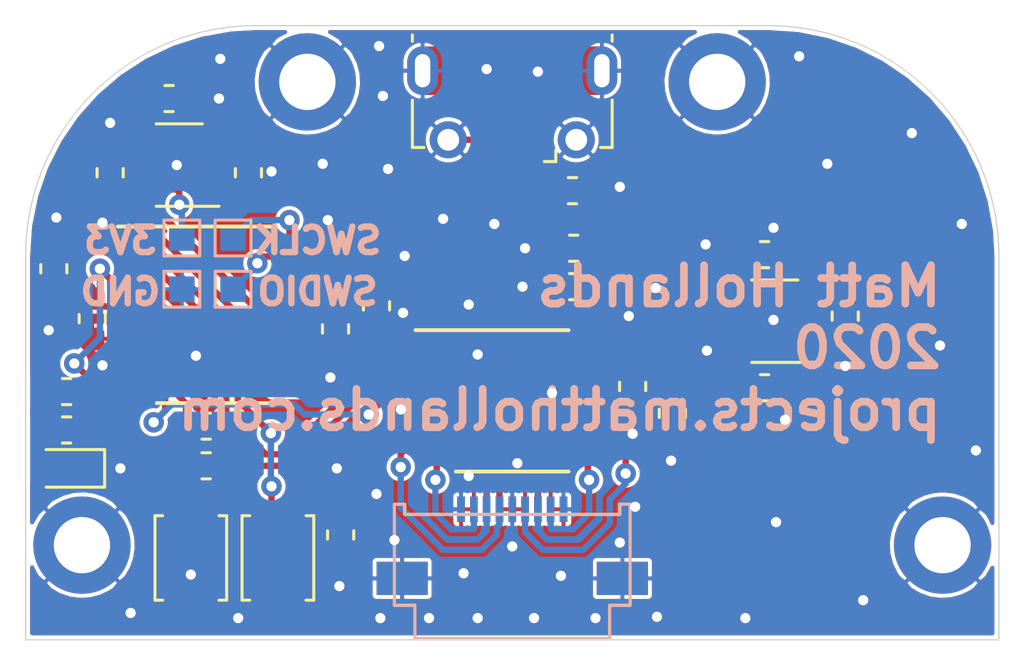
<source format=kicad_pcb>
(kicad_pcb (version 20171130) (host pcbnew "(5.1.5-0-10_14)")
  (layers (0 F.Cu signal) (31 B.Cu signal) (34 B.Paste user) (35 F.Paste user) (36 B.SilkS user) (37 F.SilkS user) (38 B.Mask user) (39 F.Mask user) (44 Edge.Cuts user))
  (net 0 "")
  (net 1 +3V3)
  (net 2 GND)
  (net 3 "Net-(C4-Pad1)")
  (net 4 VBUS)
  (net 5 /RESET)
  (net 6 "Net-(C13-Pad1)")
  (net 7 +3.3VA)
  (net 8 "Net-(C20-Pad1)")
  (net 9 /USB_DM)
  (net 10 /USB_DP)
  (net 11 "Net-(J1-Pad4)")
  (net 12 /BOOT)
  (net 13 "Net-(U2-Pad11)")
  (net 14 "Net-(U2-Pad12)")
  (net 15 "Net-(U2-Pad13)")
  (net 16 "Net-(U2-Pad14)")
  (net 17 "Net-(U3-Pad5)")
  (net 18 "Net-(U3-Pad6)")
  (net 19 "Net-(U3-Pad11)")
  (net 20 "Net-(U3-Pad12)")
  (net 21 "Net-(U3-Pad15)")
  (net 22 /CIN1p)
  (net 23 /CIN1m)
  (net 24 /CIN2p)
  (net 25 /CIN2m)
  (net 26 /EXCB)
  (net 27 /EXCA)
  (net 28 /SCL)
  (net 29 /SDA)
  (net 30 /RDY)
  (net 31 "Net-(U2-Pad7)")
  (net 32 "Net-(U2-Pad8)")
  (net 33 "Net-(U2-Pad9)")
  (net 34 /SWDIO)
  (net 35 /SWCLK)
  (net 36 "Net-(D1-Pad2)")
  (net 37 "Net-(R3-Pad1)")
  (module Package_SO:TSSOP-16_4.4x5mm_P0.65mm (layer F.Cu) (at 119 56.7)
    (fp_text reference U3 hide)
    (fp_text value AD7746)
    (pad 1 smd rect (at -2.95 -2.275) (size 1.5 0.45) (layers F.Cu F.Paste F.Mask) (net 28 /SCL))
    (pad 2 smd rect (at -2.95 -1.625) (size 1.5 0.45) (layers F.Cu F.Paste F.Mask) (net 30 /RDY))
    (pad 3 smd rect (at -2.95 -0.975) (size 1.5 0.45) (layers F.Cu F.Paste F.Mask) (net 27 /EXCA))
    (pad 4 smd rect (at -2.95 -0.325) (size 1.5 0.45) (layers F.Cu F.Paste F.Mask) (net 26 /EXCB))
    (pad 5 smd rect (at -2.95 0.325) (size 1.5 0.45) (layers F.Cu F.Paste F.Mask) (net 17 "Net-(U3-Pad5)"))
    (pad 6 smd rect (at -2.95 0.975) (size 1.5 0.45) (layers F.Cu F.Paste F.Mask) (net 18 "Net-(U3-Pad6)"))
    (pad 7 smd rect (at -2.95 1.625) (size 1.5 0.45) (layers F.Cu F.Paste F.Mask) (net 23 /CIN1m))
    (pad 8 smd rect (at -2.95 2.275) (size 1.5 0.45) (layers F.Cu F.Paste F.Mask) (net 22 /CIN1p))
    (pad 9 smd rect (at 2.95 2.275) (size 1.5 0.45) (layers F.Cu F.Paste F.Mask) (net 24 /CIN2p))
    (pad 10 smd rect (at 2.95 1.625) (size 1.5 0.45) (layers F.Cu F.Paste F.Mask) (net 25 /CIN2m))
    (pad 11 smd rect (at 2.95 0.975) (size 1.5 0.45) (layers F.Cu F.Paste F.Mask) (net 19 "Net-(U3-Pad11)"))
    (pad 12 smd rect (at 2.95 0.325) (size 1.5 0.45) (layers F.Cu F.Paste F.Mask) (net 20 "Net-(U3-Pad12)"))
    (pad 13 smd rect (at 2.95 -0.325) (size 1.5 0.45) (layers F.Cu F.Paste F.Mask) (net 2 GND))
    (pad 14 smd rect (at 2.95 -0.975) (size 1.5 0.45) (layers F.Cu F.Paste F.Mask) (net 7 +3.3VA))
    (pad 15 smd rect (at 2.95 -1.625) (size 1.5 0.45) (layers F.Cu F.Paste F.Mask) (net 21 "Net-(U3-Pad15)"))
    (pad 16 smd rect (at 2.95 -2.275) (size 1.5 0.45) (layers F.Cu F.Paste F.Mask) (net 29 /SDA))
  )
  (module Package_SO:TSSOP-20_4.4x6.5mm_P0.65mm (layer F.Cu) (at 107.35 53.3)
    (fp_text reference U2 hide)
    (fp_text value STM32F042F4Px)
    (pad 20 smd rect (at 2.95 -2.925) (size 1.45 0.45) (layers F.Cu F.Paste F.Mask) (net 35 /SWCLK))
    (pad 19 smd rect (at 2.95 -2.275) (size 1.45 0.45) (layers F.Cu F.Paste F.Mask) (net 34 /SWDIO))
    (pad 18 smd rect (at 2.95 -1.625) (size 1.45 0.45) (layers F.Cu F.Paste F.Mask) (net 10 /USB_DP))
    (pad 17 smd rect (at 2.95 -0.975) (size 1.45 0.45) (layers F.Cu F.Paste F.Mask) (net 9 /USB_DM))
    (pad 16 smd rect (at 2.95 -0.325) (size 1.45 0.45) (layers F.Cu F.Paste F.Mask) (net 1 +3V3))
    (pad 15 smd rect (at 2.95 0.325) (size 1.45 0.45) (layers F.Cu F.Paste F.Mask) (net 2 GND))
    (pad 14 smd rect (at 2.95 0.975) (size 1.45 0.45) (layers F.Cu F.Paste F.Mask) (net 16 "Net-(U2-Pad14)"))
    (pad 13 smd rect (at 2.95 1.625) (size 1.45 0.45) (layers F.Cu F.Paste F.Mask) (net 15 "Net-(U2-Pad13)"))
    (pad 12 smd rect (at 2.95 2.275) (size 1.45 0.45) (layers F.Cu F.Paste F.Mask) (net 14 "Net-(U2-Pad12)"))
    (pad 11 smd rect (at 2.95 2.925) (size 1.45 0.45) (layers F.Cu F.Paste F.Mask) (net 13 "Net-(U2-Pad11)"))
    (pad 10 smd rect (at -2.95 2.925) (size 1.45 0.45) (layers F.Cu F.Paste F.Mask) (net 37 "Net-(R3-Pad1)"))
    (pad 9 smd rect (at -2.95 2.275) (size 1.45 0.45) (layers F.Cu F.Paste F.Mask) (net 33 "Net-(U2-Pad9)"))
    (pad 8 smd rect (at -2.95 1.625) (size 1.45 0.45) (layers F.Cu F.Paste F.Mask) (net 32 "Net-(U2-Pad8)"))
    (pad 7 smd rect (at -2.95 0.975) (size 1.45 0.45) (layers F.Cu F.Paste F.Mask) (net 31 "Net-(U2-Pad7)"))
    (pad 6 smd rect (at -2.95 0.325) (size 1.45 0.45) (layers F.Cu F.Paste F.Mask) (net 30 /RDY))
    (pad 5 smd rect (at -2.95 -0.325) (size 1.45 0.45) (layers F.Cu F.Paste F.Mask) (net 1 +3V3))
    (pad 4 smd rect (at -2.95 -0.975) (size 1.45 0.45) (layers F.Cu F.Paste F.Mask) (net 5 /RESET))
    (pad 3 smd rect (at -2.95 -1.625) (size 1.45 0.45) (layers F.Cu F.Paste F.Mask) (net 28 /SCL))
    (pad 2 smd rect (at -2.95 -2.275) (size 1.45 0.45) (layers F.Cu F.Paste F.Mask) (net 29 /SDA))
    (pad 1 smd rect (at -2.95 -2.925) (size 1.45 0.45) (layers F.Cu F.Paste F.Mask) (net 12 /BOOT))
  )
  (module Capacitor_SMD:C_0603_1608Metric (layer F.Cu) (at 113.7 52.95 270)
    (fp_text reference C1 hide)
    (fp_text value 4700nF)
    (pad 1 smd roundrect (at -0.7875 0 270) (size 0.875 0.95) (layers F.Cu F.Paste F.Mask) (net 1 +3V3))
    (pad 2 smd roundrect (at 0.7875 0 270) (size 0.875 0.95) (layers F.Cu F.Paste F.Mask) (net 2 GND))
  )
  (module Capacitor_SMD:C_0603_1608Metric (layer F.Cu) (at 101.1 51.5 90)
    (fp_text reference C3 hide)
    (fp_text value 1uF)
    (pad 2 smd roundrect (at 0.7875 0 90) (size 0.875 0.95) (layers F.Cu F.Paste F.Mask) (net 2 GND))
    (pad 1 smd roundrect (at -0.7875 0 90) (size 0.875 0.95) (layers F.Cu F.Paste F.Mask) (net 1 +3V3))
  )
  (module Capacitor_SMD:C_0603_1608Metric (layer F.Cu) (at 121.35 48.45)
    (fp_text reference C4 hide)
    (fp_text value 10nF)
    (pad 1 smd roundrect (at -0.7875 0) (size 0.875 0.95) (layers F.Cu F.Paste F.Mask) (net 3 "Net-(C4-Pad1)"))
    (pad 2 smd roundrect (at 0.7875 0) (size 0.875 0.95) (layers F.Cu F.Paste F.Mask) (net 2 GND))
  )
  (module Capacitor_SMD:C_0603_1608Metric (layer F.Cu) (at 112.1 53.85 270)
    (fp_text reference C5 hide)
    (fp_text value 100nF)
    (pad 1 smd roundrect (at -0.7875 0 270) (size 0.875 0.95) (layers F.Cu F.Paste F.Mask) (net 1 +3V3))
    (pad 2 smd roundrect (at 0.7875 0 270) (size 0.875 0.95) (layers F.Cu F.Paste F.Mask) (net 2 GND))
  )
  (module Capacitor_SMD:C_0603_1608Metric (layer F.Cu) (at 102.6 53.45 270)
    (fp_text reference C7 hide)
    (fp_text value 10nF)
    (pad 1 smd roundrect (at -0.7875 0 270) (size 0.875 0.95) (layers F.Cu F.Paste F.Mask) (net 1 +3V3))
    (pad 2 smd roundrect (at 0.7875 0 270) (size 0.875 0.95) (layers F.Cu F.Paste F.Mask) (net 2 GND))
  )
  (module Capacitor_SMD:C_0603_1608Metric (layer F.Cu) (at 121.4 50.7 180)
    (fp_text reference C8 hide)
    (fp_text value 100nF)
    (pad 1 smd roundrect (at -0.7875 0 180) (size 0.875 0.95) (layers F.Cu F.Paste F.Mask) (net 4 VBUS))
    (pad 2 smd roundrect (at 0.7875 0 180) (size 0.875 0.95) (layers F.Cu F.Paste F.Mask) (net 2 GND))
  )
  (module Capacitor_SMD:C_0603_1608Metric (layer F.Cu) (at 121.4 52.2 180)
    (fp_text reference C10 hide)
    (fp_text value 4700nF)
    (pad 2 smd roundrect (at 0.7875 0 180) (size 0.875 0.95) (layers F.Cu F.Paste F.Mask) (net 2 GND))
    (pad 1 smd roundrect (at -0.7875 0 180) (size 0.875 0.95) (layers F.Cu F.Paste F.Mask) (net 4 VBUS))
  )
  (module Capacitor_SMD:C_0603_1608Metric (layer F.Cu) (at 101.6 56.3 180)
    (fp_text reference C11 hide)
    (fp_text value 100nF)
    (pad 2 smd roundrect (at 0.7875 0 180) (size 0.875 0.95) (layers F.Cu F.Paste F.Mask) (net 2 GND))
    (pad 1 smd roundrect (at -0.7875 0 180) (size 0.875 0.95) (layers F.Cu F.Paste F.Mask) (net 5 /RESET))
  )
  (module Capacitor_SMD:C_0603_1608Metric (layer F.Cu) (at 108.7 47.75 90)
    (fp_text reference C12 hide)
    (fp_text value 1uF)
    (pad 2 smd roundrect (at 0.7875 0 90) (size 0.875 0.95) (layers F.Cu F.Paste F.Mask) (net 2 GND))
    (pad 1 smd roundrect (at -0.7875 0 90) (size 0.875 0.95) (layers F.Cu F.Paste F.Mask) (net 4 VBUS))
  )
  (module Capacitor_SMD:C_0603_1608Metric (layer F.Cu) (at 105.6 44.85)
    (fp_text reference C13 hide)
    (fp_text value 100pF)
    (pad 2 smd roundrect (at 0.7875 0) (size 0.875 0.95) (layers F.Cu F.Paste F.Mask) (net 2 GND))
    (pad 1 smd roundrect (at -0.7875 0) (size 0.875 0.95) (layers F.Cu F.Paste F.Mask) (net 6 "Net-(C13-Pad1)"))
  )
  (module Capacitor_SMD:C_0603_1608Metric (layer F.Cu) (at 103.3 47.75 90)
    (fp_text reference C14 hide)
    (fp_text value 2200nF)
    (pad 1 smd roundrect (at -0.7875 0 90) (size 0.875 0.95) (layers F.Cu F.Paste F.Mask) (net 1 +3V3))
    (pad 2 smd roundrect (at 0.7875 0 90) (size 0.875 0.95) (layers F.Cu F.Paste F.Mask) (net 2 GND))
  )
  (module Capacitor_SMD:C_0603_1608Metric (layer F.Cu) (at 132 53.35 270)
    (fp_text reference C15 hide)
    (fp_text value 1uF)
    (pad 1 smd roundrect (at -0.7875 0 270) (size 0.875 0.95) (layers F.Cu F.Paste F.Mask) (net 4 VBUS))
    (pad 2 smd roundrect (at 0.7875 0 270) (size 0.875 0.95) (layers F.Cu F.Paste F.Mask) (net 2 GND))
  )
  (module Capacitor_SMD:C_0603_1608Metric (layer F.Cu) (at 123.7 56.1 270)
    (fp_text reference C17 hide)
    (fp_text value 100nF)
    (pad 2 smd roundrect (at 0.7875 0 270) (size 0.875 0.95) (layers F.Cu F.Paste F.Mask) (net 2 GND))
    (pad 1 smd roundrect (at -0.7875 0 270) (size 0.875 0.95) (layers F.Cu F.Paste F.Mask) (net 7 +3.3VA))
  )
  (module Capacitor_SMD:C_0603_1608Metric (layer F.Cu) (at 125.25 57.15 270)
    (fp_text reference C19 hide)
    (fp_text value 10uF)
    (pad 2 smd roundrect (at 0.7875 0 270) (size 0.875 0.95) (layers F.Cu F.Paste F.Mask) (net 2 GND))
    (pad 1 smd roundrect (at -0.7875 0 270) (size 0.875 0.95) (layers F.Cu F.Paste F.Mask) (net 7 +3.3VA))
  )
  (module Capacitor_SMD:C_0603_1608Metric (layer F.Cu) (at 128.85 50.95)
    (fp_text reference C20 hide)
    (fp_text value 100pF)
    (pad 2 smd roundrect (at 0.7875 0) (size 0.875 0.95) (layers F.Cu F.Paste F.Mask) (net 2 GND))
    (pad 1 smd roundrect (at -0.7875 0) (size 0.875 0.95) (layers F.Cu F.Paste F.Mask) (net 8 "Net-(C20-Pad1)"))
  )
  (module Capacitor_SMD:C_0603_1608Metric (layer F.Cu) (at 128.85 56.15)
    (fp_text reference C21 hide)
    (fp_text value 2200nF)
    (pad 1 smd roundrect (at -0.7875 0) (size 0.875 0.95) (layers F.Cu F.Paste F.Mask) (net 7 +3.3VA))
    (pad 2 smd roundrect (at 0.7875 0) (size 0.875 0.95) (layers F.Cu F.Paste F.Mask) (net 2 GND))
  )
  (module Inductor_SMD:L_0201_0603Metric (layer F.Cu) (at 121.4 49.6)
    (fp_text reference L1 hide)
    (fp_text value L)
    (pad 1 smd roundrect (at -0.32 0) (size 0.46 0.4) (layers F.Cu F.Mask) (net 3 "Net-(C4-Pad1)"))
    (pad 2 smd roundrect (at 0.32 0) (size 0.46 0.4) (layers F.Cu F.Mask) (net 4 VBUS))
  )
  (module Resistor_SMD:R_0603_1608Metric (layer F.Cu) (at 107.05 59.2)
    (fp_text reference R1 hide)
    (fp_text value 10k)
    (pad 1 smd roundrect (at -0.7875 0) (size 0.875 0.95) (layers F.Cu F.Paste F.Mask) (net 1 +3V3))
    (pad 2 smd roundrect (at 0.7875 0) (size 0.875 0.95) (layers F.Cu F.Paste F.Mask) (net 28 /SCL))
  )
  (module Resistor_SMD:R_0603_1608Metric (layer F.Cu) (at 107.05 57.65)
    (fp_text reference R2 hide)
    (fp_text value 10k)
    (pad 2 smd roundrect (at 0.7875 0) (size 0.875 0.95) (layers F.Cu F.Paste F.Mask) (net 29 /SDA))
    (pad 1 smd roundrect (at -0.7875 0) (size 0.875 0.95) (layers F.Cu F.Paste F.Mask) (net 1 +3V3))
  )
  (module Resistor_SMD:R_0603_1608Metric (layer F.Cu) (at 112.3 61.9 270)
    (fp_text reference R4 hide)
    (fp_text value 10k)
    (pad 2 smd roundrect (at 0.7875 0 270) (size 0.875 0.95) (layers F.Cu F.Paste F.Mask) (net 2 GND))
    (pad 1 smd roundrect (at -0.7875 0 270) (size 0.875 0.95) (layers F.Cu F.Paste F.Mask) (net 12 /BOOT))
  )
  (module Button_Switch_SMD:SW_SPST_B3U-1000P (layer F.Cu) (at 106.45 62.8 90)
    (fp_text reference SW1 hide)
    (fp_text value SW_Push_45deg)
    (pad 1 smd rect (at -1.7 0 90) (size 0.9 1.7) (layers F.Cu F.Paste F.Mask) (net 2 GND))
    (pad 2 smd rect (at 1.7 0 90) (size 0.9 1.7) (layers F.Cu F.Paste F.Mask) (net 5 /RESET))
  )
  (module Button_Switch_SMD:SW_SPST_B3U-1000P (layer F.Cu) (at 109.85 62.8 90)
    (fp_text reference SW2 hide)
    (fp_text value SW_Push_45deg)
    (pad 2 smd rect (at 1.7 0 90) (size 0.9 1.7) (layers F.Cu F.Paste F.Mask) (net 12 /BOOT))
    (pad 1 smd rect (at -1.7 0 90) (size 0.9 1.7) (layers F.Cu F.Paste F.Mask) (net 1 +3V3))
  )
  (module Package_TO_SOT_SMD:SOT-23-5 (layer F.Cu) (at 106 47.45 180)
    (fp_text reference U1 hide)
    (fp_text value AP2210K-3.3TRG1)
    (pad 5 smd rect (at 1.1 -0.95 180) (size 1.06 0.65) (layers F.Cu F.Paste F.Mask) (net 1 +3V3))
    (pad 4 smd rect (at 1.1 0.95 180) (size 1.06 0.65) (layers F.Cu F.Paste F.Mask) (net 6 "Net-(C13-Pad1)"))
    (pad 3 smd rect (at -1.1 0.95 180) (size 1.06 0.65) (layers F.Cu F.Paste F.Mask) (net 4 VBUS))
    (pad 2 smd rect (at -1.1 0 180) (size 1.06 0.65) (layers F.Cu F.Paste F.Mask) (net 2 GND))
    (pad 1 smd rect (at -1.1 -0.95 180) (size 1.06 0.65) (layers F.Cu F.Paste F.Mask) (net 4 VBUS))
  )
  (module Package_TO_SOT_SMD:SOT-23-5 (layer F.Cu) (at 129.25 53.55 180)
    (fp_text reference U5 hide)
    (fp_text value AP2210K-3.3TRG1)
    (pad 1 smd rect (at -1.1 -0.95 180) (size 1.06 0.65) (layers F.Cu F.Paste F.Mask) (net 4 VBUS))
    (pad 2 smd rect (at -1.1 0 180) (size 1.06 0.65) (layers F.Cu F.Paste F.Mask) (net 2 GND))
    (pad 3 smd rect (at -1.1 0.95 180) (size 1.06 0.65) (layers F.Cu F.Paste F.Mask) (net 4 VBUS))
    (pad 4 smd rect (at 1.1 0.95 180) (size 1.06 0.65) (layers F.Cu F.Paste F.Mask) (net 8 "Net-(C20-Pad1)"))
    (pad 5 smd rect (at 1.1 -0.95 180) (size 1.06 0.65) (layers F.Cu F.Paste F.Mask) (net 7 +3.3VA))
  )
  (module Connector_USB:USB_Micro-B_Molex-105017-0001 (layer F.Cu) (at 119 45 180)
    (fp_text reference J1 hide)
    (fp_text value USB_B_Micro)
    (pad 6 smd rect (at 1 1.2375 180) (size 1.5 1.9) (layers F.Cu F.Paste F.Mask) (net 2 GND))
    (pad 6 thru_hole circle (at -2.5 -1.4625 180) (size 1.45 1.45) (drill 0.85) (layers *.Cu *.Mask) (net 2 GND))
    (pad 2 smd rect (at -0.65 -1.4625 180) (size 0.4 1.35) (layers F.Cu F.Paste F.Mask) (net 9 /USB_DM))
    (pad 1 smd rect (at -1.3 -1.4625 180) (size 0.4 1.35) (layers F.Cu F.Paste F.Mask) (net 3 "Net-(C4-Pad1)"))
    (pad 5 smd rect (at 1.3 -1.4625 180) (size 0.4 1.35) (layers F.Cu F.Paste F.Mask) (net 2 GND))
    (pad 4 smd rect (at 0.65 -1.4625 180) (size 0.4 1.35) (layers F.Cu F.Paste F.Mask) (net 11 "Net-(J1-Pad4)"))
    (pad 3 smd rect (at 0 -1.4625 180) (size 0.4 1.35) (layers F.Cu F.Paste F.Mask) (net 10 /USB_DP))
    (pad 6 thru_hole circle (at 2.5 -1.4625 180) (size 1.45 1.45) (drill 0.85) (layers *.Cu *.Mask) (net 2 GND))
    (pad 6 smd rect (at -1 1.2375 180) (size 1.5 1.9) (layers F.Cu F.Paste F.Mask) (net 2 GND))
    (pad 6 thru_hole oval (at -3.5 1.2375) (size 1.2 1.9) (drill oval 0.6 1.3) (layers *.Cu *.Mask) (net 2 GND))
    (pad 6 thru_hole oval (at 3.5 1.2375 180) (size 1.2 1.9) (drill oval 0.6 1.3) (layers *.Cu *.Mask) (net 2 GND))
    (pad 6 smd rect (at 2.9 1.2375 180) (size 1.2 1.9) (layers F.Cu F.Mask) (net 2 GND))
    (pad 6 smd rect (at -2.9 1.2375 180) (size 1.2 1.9) (layers F.Cu F.Mask) (net 2 GND))
  )
  (module MountingHole:MountingHole_2.2mm_M2_DIN965_Pad (layer F.Cu) (at 111 44.2)
    (fp_text reference H1 hide)
    (fp_text value MountingHole_Pad)
    (pad 1 thru_hole circle (at 0 0) (size 3.8 3.8) (drill 2.2) (layers *.Cu *.Mask) (net 2 GND))
  )
  (module MountingHole:MountingHole_2.2mm_M2_DIN965_Pad (layer F.Cu) (at 135.8 62.3)
    (fp_text reference H2 hide)
    (fp_text value MountingHole_Pad)
    (pad 1 thru_hole circle (at 0 0) (size 3.8 3.8) (drill 2.2) (layers *.Cu *.Mask) (net 2 GND))
  )
  (module MountingHole:MountingHole_2.2mm_M2_DIN965_Pad (layer F.Cu) (at 127 44.2)
    (fp_text reference H3 hide)
    (fp_text value MountingHole_Pad)
    (pad 1 thru_hole circle (at 0 0) (size 3.8 3.8) (drill 2.2) (layers *.Cu *.Mask) (net 2 GND))
  )
  (module MountingHole:MountingHole_2.2mm_M2_DIN965_Pad (layer F.Cu) (at 102.2 62.3)
    (fp_text reference H4 hide)
    (fp_text value MountingHole_Pad)
    (pad 1 thru_hole circle (at 0 0) (size 3.8 3.8) (drill 2.2) (layers *.Cu *.Mask) (net 2 GND))
  )
  (module Molex_FPC:Molex_5051100992 (layer B.Cu) (at 119 62.4 180)
    (fp_text reference J2 hide)
    (fp_text value Conn_01x09_MountingPin hide)
    (pad 1 smd rect (at -2 1.5 180) (size 0.3 1) (layers B.Cu B.Paste B.Mask) (net 2 GND))
    (pad 2 smd rect (at -1.5 1.5 180) (size 0.3 1) (layers B.Cu B.Paste B.Mask) (net 24 /CIN2p))
    (pad 3 smd rect (at -1 1.5 180) (size 0.3 1) (layers B.Cu B.Paste B.Mask) (net 2 GND))
    (pad 4 smd rect (at -0.5 1.5 180) (size 0.3 1) (layers B.Cu B.Paste B.Mask) (net 25 /CIN2m))
    (pad 5 smd rect (at 0 1.5 180) (size 0.3 1) (layers B.Cu B.Paste B.Mask) (net 2 GND))
    (pad 6 smd rect (at 0.5 1.5 180) (size 0.3 1) (layers B.Cu B.Paste B.Mask) (net 23 /CIN1m))
    (pad 7 smd rect (at 1 1.5 180) (size 0.3 1) (layers B.Cu B.Paste B.Mask) (net 2 GND))
    (pad 8 smd rect (at 1.5 1.5 180) (size 0.3 1) (layers B.Cu B.Paste B.Mask) (net 22 /CIN1p))
    (pad 9 smd rect (at 2 1.5 180) (size 0.3 1) (layers B.Cu B.Paste B.Mask) (net 2 GND))
    (pad MP smd rect (at -4.3 -1.2 180) (size 2 1.3) (layers B.Cu B.Paste B.Mask) (net 2 GND))
    (pad MP smd rect (at 4.3 -1.2 180) (size 2 1.3) (layers B.Cu B.Paste B.Mask) (net 2 GND))
  )
  (module Molex_FPC:Molex_5051100992 (layer F.Cu) (at 119 62.4)
    (fp_text reference J3 hide)
    (fp_text value Conn_01x09_MountingPin hide)
    (pad MP smd rect (at 4.3 1.2) (size 2 1.3) (layers F.Cu F.Paste F.Mask) (net 2 GND))
    (pad MP smd rect (at -4.3 1.2) (size 2 1.3) (layers F.Cu F.Paste F.Mask) (net 2 GND))
    (pad 9 smd rect (at 2 -1.5) (size 0.3 1) (layers F.Cu F.Paste F.Mask) (net 2 GND))
    (pad 8 smd rect (at 1.5 -1.5) (size 0.3 1) (layers F.Cu F.Paste F.Mask) (net 2 GND))
    (pad 7 smd rect (at 1 -1.5) (size 0.3 1) (layers F.Cu F.Paste F.Mask) (net 27 /EXCA))
    (pad 6 smd rect (at 0.5 -1.5) (size 0.3 1) (layers F.Cu F.Paste F.Mask) (net 2 GND))
    (pad 5 smd rect (at 0 -1.5) (size 0.3 1) (layers F.Cu F.Paste F.Mask) (net 2 GND))
    (pad 4 smd rect (at -0.5 -1.5) (size 0.3 1) (layers F.Cu F.Paste F.Mask) (net 2 GND))
    (pad 3 smd rect (at -1 -1.5) (size 0.3 1) (layers F.Cu F.Paste F.Mask) (net 26 /EXCB))
    (pad 2 smd rect (at -1.5 -1.5) (size 0.3 1) (layers F.Cu F.Paste F.Mask) (net 2 GND))
    (pad 1 smd rect (at -2 -1.5) (size 0.3 1) (layers F.Cu F.Paste F.Mask) (net 2 GND))
  )
  (module LED_SMD:LED_0603_1608Metric (layer F.Cu) (at 101.6 59.3 180)
    (fp_text reference D1 hide)
    (fp_text value LED)
    (pad 1 smd roundrect (at -0.7875 0 180) (size 0.875 0.95) (layers F.Cu F.Paste F.Mask) (net 2 GND))
    (pad 2 smd roundrect (at 0.7875 0 180) (size 0.875 0.95) (layers F.Cu F.Paste F.Mask) (net 36 "Net-(D1-Pad2)"))
  )
  (module Resistor_SMD:R_0603_1608Metric (layer F.Cu) (at 101.6 57.8 180)
    (fp_text reference R3 hide)
    (fp_text value 1k)
    (pad 2 smd roundrect (at 0.7875 0 180) (size 0.875 0.95) (layers F.Cu F.Paste F.Mask) (net 36 "Net-(D1-Pad2)"))
    (pad 1 smd roundrect (at -0.7875 0 180) (size 0.875 0.95) (layers F.Cu F.Paste F.Mask) (net 37 "Net-(R3-Pad1)"))
  )
  (module TestPoint:TestPoint_Pad_1.0x1.0mm (layer B.Cu) (at 106.1 52.3)
    (fp_text reference TP1 hide)
    (fp_text value TestPoint)
    (pad 1 smd rect (at 0 0) (size 1 1) (layers B.Cu B.Mask) (net 2 GND))
  )
  (module TestPoint:TestPoint_Pad_1.0x1.0mm (layer B.Cu) (at 106.1 50.3)
    (fp_text reference TP2 hide)
    (fp_text value TestPoint)
    (pad 1 smd rect (at 0 0) (size 1 1) (layers B.Cu B.Mask) (net 1 +3V3))
  )
  (module TestPoint:TestPoint_Pad_1.0x1.0mm (layer B.Cu) (at 108.1 52.3)
    (fp_text reference TP3 hide)
    (fp_text value TestPoint)
    (pad 1 smd rect (at 0 0) (size 1 1) (layers B.Cu B.Mask) (net 34 /SWDIO))
  )
  (module TestPoint:TestPoint_Pad_1.0x1.0mm (layer B.Cu) (at 108.1 50.3)
    (fp_text reference TP4 hide)
    (fp_text value TestPoint)
    (pad 1 smd rect (at 0 0) (size 1 1) (layers B.Cu B.Mask) (net 35 /SWCLK))
  )
  (gr_text "Matt Hollands \n2020\nprojects.matthollands.com" (at 135.9 54.6) (layer B.SilkS) (effects (font (size 1.5 1.5) (thickness 0.3)) (justify left mirror)))
  (gr_text GND (at 103.7 52.4) (layer B.SilkS) (effects (font (size 1 1) (thickness 0.25)) (justify mirror)))
  (gr_text 3V3 (at 103.7 50.4) (layer B.SilkS) (effects (font (size 1 1) (thickness 0.25)) (justify mirror)))
  (gr_text SWCLK (at 111.4 50.4) (layer B.SilkS) (effects (font (size 1 1) (thickness 0.25)) (justify mirror)))
  (gr_text SWDIO (at 111.4 52.4) (layer B.SilkS) (effects (font (size 1 1) (thickness 0.25)) (justify mirror)))
  (gr_line (start 100 66) (end 138 66) (layer Edge.Cuts) (width 0.05))
  (gr_arc (start 129 51) (end 138 51) (angle -90) (layer Edge.Cuts) (width 0.05))
  (gr_arc (start 109 51) (end 109 42) (angle -90) (layer Edge.Cuts) (width 0.05))
  (gr_line (start 109 42) (end 129 42) (layer Edge.Cuts) (width 0.05))
  (gr_line (start 138 51) (end 138 66) (layer Edge.Cuts) (width 0.05))
  (gr_line (start 100 51) (end 100 66) (layer Edge.Cuts) (width 0.05))
  (segment (start 112.0125 52.975) (end 112.1 53.0625) (width 0.25) (layer F.Cu) (net 1))
  (segment (start 110.3 52.975) (end 112.0125 52.975) (width 0.25) (layer F.Cu) (net 1))
  (segment (start 112.8 53.0625) (end 113.7 52.1625) (width 0.25) (layer F.Cu) (net 1))
  (segment (start 112.1 53.0625) (end 112.8 53.0625) (width 0.25) (layer F.Cu) (net 1))
  (segment (start 102.9125 52.975) (end 104.4 52.975) (width 0.25) (layer F.Cu) (net 1))
  (segment (start 102.6 52.6625) (end 102.9125 52.975) (width 0.25) (layer F.Cu) (net 1))
  (segment (start 104.7625 48.5375) (end 104.9 48.4) (width 0.25) (layer F.Cu) (net 1))
  (segment (start 103.3 48.5375) (end 104.7625 48.5375) (width 0.25) (layer F.Cu) (net 1))
  (segment (start 108.9 52.975) (end 109.325 52.975) (width 0.25) (layer F.Cu) (net 1))
  (segment (start 104.9 48.975) (end 108.9 52.975) (width 0.25) (layer F.Cu) (net 1))
  (segment (start 104.9 48.4) (end 104.9 48.975) (width 0.25) (layer F.Cu) (net 1))
  (segment (start 106.2625 57.65) (end 106.2625 59.2) (width 0.25) (layer F.Cu) (net 1))
  (segment (start 106.58751 60.00001) (end 107.45001 60.00001) (width 0.25) (layer F.Cu) (net 1))
  (segment (start 106.2625 59.675) (end 106.58751 60.00001) (width 0.25) (layer F.Cu) (net 1))
  (segment (start 107.45001 60.00001) (end 108.15 60.7) (width 0.25) (layer F.Cu) (net 1))
  (segment (start 106.2625 59.2) (end 106.2625 59.675) (width 0.25) (layer F.Cu) (net 1))
  (segment (start 108.15 60.7) (end 108.15 61.75) (width 0.25) (layer F.Cu) (net 1))
  (segment (start 109.85 63.45) (end 109.85 64.5) (width 0.25) (layer F.Cu) (net 1))
  (segment (start 108.15 61.75) (end 109.85 63.45) (width 0.25) (layer F.Cu) (net 1))
  (segment (start 109.325 52.975) (end 110.3 52.975) (width 0.25) (layer F.Cu) (net 1))
  (segment (start 105.375 52.975) (end 104.4 52.975) (width 0.25) (layer F.Cu) (net 1))
  (segment (start 106.2625 56.762489) (end 105.900011 56.4) (width 0.25) (layer F.Cu) (net 1))
  (segment (start 105.900011 53.500011) (end 105.375 52.975) (width 0.25) (layer F.Cu) (net 1))
  (segment (start 105.900011 56.4) (end 105.900011 53.500011) (width 0.25) (layer F.Cu) (net 1))
  (segment (start 106.2625 57.65) (end 106.2625 56.762489) (width 0.25) (layer F.Cu) (net 1))
  (segment (start 102.222599 49.139901) (end 102.825 48.5375) (width 0.25) (layer F.Cu) (net 1))
  (segment (start 102.222599 51.847599) (end 102.222599 49.139901) (width 0.25) (layer F.Cu) (net 1))
  (segment (start 102.825 48.5375) (end 103.3 48.5375) (width 0.25) (layer F.Cu) (net 1))
  (segment (start 102.6 52.225) (end 102.222599 51.847599) (width 0.25) (layer F.Cu) (net 1))
  (segment (start 102.6 52.6625) (end 102.6 52.225) (width 0.25) (layer F.Cu) (net 1))
  (segment (start 102.225 52.2875) (end 102.6 52.6625) (width 0.25) (layer F.Cu) (net 1))
  (segment (start 101.1 52.2875) (end 102.225 52.2875) (width 0.25) (layer F.Cu) (net 1))
  (via (at 106 49) (size 0.8) (drill 0.4) (layers F.Cu B.Cu) (net 1))
  (segment (start 106.1 49.1) (end 106 49) (width 0.25) (layer B.Cu) (net 1))
  (segment (start 106.1 50.3) (end 106.1 49.1) (width 0.25) (layer B.Cu) (net 1))
  (segment (start 106 49) (end 106 48.5) (width 0.25) (layer F.Cu) (net 1))
  (segment (start 105.9 48.4) (end 104.9 48.4) (width 0.25) (layer F.Cu) (net 1))
  (segment (start 106 48.5) (end 105.9 48.4) (width 0.25) (layer F.Cu) (net 1))
  (via (at 120 43.8) (size 0.8) (drill 0.4) (layers F.Cu B.Cu) (net 2))
  (via (at 118 43.7) (size 0.8) (drill 0.4) (layers F.Cu B.Cu) (net 2))
  (via (at 106.45 63.45) (size 0.8) (drill 0.4) (layers F.Cu B.Cu) (net 2))
  (segment (start 106.45 64.5) (end 106.45 63.45) (width 0.25) (layer F.Cu) (net 2))
  (via (at 112.25 63.9) (size 0.8) (drill 0.4) (layers F.Cu B.Cu) (net 2))
  (segment (start 112.3 63.85) (end 112.25 63.9) (width 0.25) (layer F.Cu) (net 2))
  (segment (start 112.3 62.6875) (end 112.3 63.85) (width 0.25) (layer F.Cu) (net 2))
  (segment (start 123.1875 56.375) (end 123.7 56.8875) (width 0.25) (layer F.Cu) (net 2))
  (segment (start 121.95 56.375) (end 123.1875 56.375) (width 0.25) (layer F.Cu) (net 2))
  (segment (start 124.2 56.8875) (end 125.25 57.9375) (width 0.25) (layer F.Cu) (net 2))
  (segment (start 123.7 56.8875) (end 124.2 56.8875) (width 0.25) (layer F.Cu) (net 2))
  (via (at 123.7 57.95) (size 0.8) (drill 0.4) (layers F.Cu B.Cu) (net 2))
  (segment (start 123.7 56.8875) (end 123.7 57.95) (width 0.25) (layer F.Cu) (net 2))
  (via (at 125.2 59) (size 0.8) (drill 0.4) (layers F.Cu B.Cu) (net 2))
  (segment (start 125.25 58.95) (end 125.2 59) (width 0.25) (layer F.Cu) (net 2))
  (segment (start 125.25 57.9375) (end 125.25 58.95) (width 0.25) (layer F.Cu) (net 2))
  (via (at 120.55 56.35) (size 0.8) (drill 0.4) (layers F.Cu B.Cu) (net 2))
  (segment (start 120.575 56.375) (end 120.55 56.35) (width 0.25) (layer F.Cu) (net 2))
  (segment (start 121.95 56.375) (end 120.575 56.375) (width 0.25) (layer F.Cu) (net 2))
  (segment (start 131.4125 53.55) (end 132 54.1375) (width 0.25) (layer F.Cu) (net 2))
  (segment (start 130.35 53.55) (end 131.4125 53.55) (width 0.25) (layer F.Cu) (net 2))
  (via (at 129.2 53.5) (size 0.8) (drill 0.4) (layers F.Cu B.Cu) (net 2))
  (segment (start 129.25 53.55) (end 129.2 53.5) (width 0.25) (layer F.Cu) (net 2))
  (segment (start 130.35 53.55) (end 129.25 53.55) (width 0.25) (layer F.Cu) (net 2))
  (via (at 129.65 57.4) (size 0.8) (drill 0.4) (layers F.Cu B.Cu) (net 2))
  (segment (start 129.6375 57.3875) (end 129.65 57.4) (width 0.25) (layer F.Cu) (net 2))
  (segment (start 129.6375 56.15) (end 129.6375 57.3875) (width 0.25) (layer F.Cu) (net 2))
  (via (at 132 55.3) (size 0.8) (drill 0.4) (layers F.Cu B.Cu) (net 2))
  (segment (start 132 54.1375) (end 132 55.3) (width 0.25) (layer F.Cu) (net 2))
  (via (at 114.736818 53.222863) (size 0.8) (drill 0.4) (layers F.Cu B.Cu) (net 2))
  (segment (start 114.222181 53.7375) (end 114.736818 53.222863) (width 0.25) (layer F.Cu) (net 2))
  (segment (start 113.7 53.7375) (end 114.222181 53.7375) (width 0.25) (layer F.Cu) (net 2))
  (via (at 111.9 55.75) (size 0.8) (drill 0.4) (layers F.Cu B.Cu) (net 2))
  (segment (start 112.1 55.55) (end 111.9 55.75) (width 0.25) (layer F.Cu) (net 2))
  (segment (start 112.1 54.6375) (end 112.1 55.55) (width 0.25) (layer F.Cu) (net 2))
  (segment (start 112.8 54.6375) (end 113.7 53.7375) (width 0.25) (layer F.Cu) (net 2))
  (segment (start 112.1 54.6375) (end 112.8 54.6375) (width 0.25) (layer F.Cu) (net 2))
  (segment (start 111.0875 53.625) (end 112.1 54.6375) (width 0.25) (layer F.Cu) (net 2))
  (segment (start 110.3 53.625) (end 111.0875 53.625) (width 0.25) (layer F.Cu) (net 2))
  (segment (start 108.2125 47.45) (end 108.7 46.9625) (width 0.25) (layer F.Cu) (net 2))
  (segment (start 107.1 47.45) (end 108.2125 47.45) (width 0.25) (layer F.Cu) (net 2))
  (via (at 105.9 47.45) (size 0.8) (drill 0.4) (layers F.Cu B.Cu) (net 2))
  (segment (start 107.1 47.45) (end 105.9 47.45) (width 0.25) (layer F.Cu) (net 2))
  (via (at 107.55 44.85) (size 0.8) (drill 0.4) (layers F.Cu B.Cu) (net 2))
  (segment (start 106.3875 44.85) (end 107.55 44.85) (width 0.25) (layer F.Cu) (net 2))
  (via (at 103.3 45.8) (size 0.8) (drill 0.4) (layers F.Cu B.Cu) (net 2))
  (segment (start 103.3 46.9625) (end 103.3 45.8) (width 0.25) (layer F.Cu) (net 2))
  (via (at 103.000538 55.275232) (size 0.8) (drill 0.4) (layers F.Cu B.Cu) (net 2))
  (segment (start 102.6 54.874694) (end 103.000538 55.275232) (width 0.25) (layer F.Cu) (net 2))
  (segment (start 102.6 54.2375) (end 102.6 54.874694) (width 0.25) (layer F.Cu) (net 2))
  (via (at 123.2 48.3) (size 0.8) (drill 0.4) (layers F.Cu B.Cu) (net 2))
  (segment (start 123.05 48.45) (end 123.2 48.3) (width 0.25) (layer F.Cu) (net 2))
  (segment (start 122.1375 48.45) (end 123.05 48.45) (width 0.25) (layer F.Cu) (net 2))
  (via (at 119.5 50.7) (size 0.8) (drill 0.4) (layers F.Cu B.Cu) (net 2))
  (segment (start 120.6125 50.7) (end 119.5 50.7) (width 0.25) (layer F.Cu) (net 2))
  (via (at 119.4 52.2) (size 0.8) (drill 0.4) (layers F.Cu B.Cu) (net 2))
  (segment (start 120.6125 52.2) (end 119.4 52.2) (width 0.25) (layer F.Cu) (net 2))
  (via (at 129.2 49.9) (size 0.8) (drill 0.4) (layers F.Cu B.Cu) (net 2))
  (segment (start 129.6375 50.3375) (end 129.2 49.9) (width 0.25) (layer F.Cu) (net 2))
  (segment (start 129.6375 50.95) (end 129.6375 50.3375) (width 0.25) (layer F.Cu) (net 2))
  (via (at 103 49.7) (size 0.8) (drill 0.4) (layers F.Cu B.Cu) (net 2))
  (via (at 106.65 54.9) (size 0.8) (drill 0.4) (layers F.Cu B.Cu) (net 2))
  (segment (start 117.7 46.4625) (end 116.5 46.4625) (width 0.25) (layer F.Cu) (net 2))
  (via (at 109.6 47.7) (size 0.8) (drill 0.4) (layers F.Cu B.Cu) (net 2))
  (segment (start 108.8625 46.9625) (end 109.6 47.7) (width 0.25) (layer F.Cu) (net 2))
  (segment (start 108.7 46.9625) (end 108.8625 46.9625) (width 0.25) (layer F.Cu) (net 2))
  (via (at 116.3 49.55) (size 0.8) (drill 0.4) (layers F.Cu B.Cu) (net 2))
  (via (at 114.8 51) (size 0.8) (drill 0.4) (layers F.Cu B.Cu) (net 2))
  (via (at 117.3 52.9) (size 0.8) (drill 0.4) (layers F.Cu B.Cu) (net 2))
  (via (at 118.3 49.75) (size 0.8) (drill 0.4) (layers F.Cu B.Cu) (net 2))
  (via (at 124.6 52.25) (size 0.8) (drill 0.4) (layers F.Cu B.Cu) (net 2))
  (via (at 123.55 53.35) (size 0.8) (drill 0.4) (layers F.Cu B.Cu) (net 2))
  (via (at 126.6 54.7) (size 0.8) (drill 0.4) (layers F.Cu B.Cu) (net 2))
  (via (at 126.55 50.55) (size 0.8) (drill 0.4) (layers F.Cu B.Cu) (net 2))
  (via (at 113.85 65.15) (size 0.8) (drill 0.4) (layers F.Cu B.Cu) (net 2))
  (via (at 115.75 65.15) (size 0.8) (drill 0.4) (layers F.Cu B.Cu) (net 2))
  (via (at 117.65 65.15) (size 0.8) (drill 0.4) (layers F.Cu B.Cu) (net 2))
  (via (at 119.85 65.15) (size 0.8) (drill 0.4) (layers F.Cu B.Cu) (net 2))
  (via (at 122.25 65.15) (size 0.8) (drill 0.4) (layers F.Cu B.Cu) (net 2))
  (via (at 124.65 65.1) (size 0.8) (drill 0.4) (layers F.Cu B.Cu) (net 2))
  (via (at 108.3 65.15) (size 0.8) (drill 0.4) (layers F.Cu B.Cu) (net 2))
  (via (at 104.1 64.95) (size 0.8) (drill 0.4) (layers F.Cu B.Cu) (net 2))
  (via (at 128.1 65.15) (size 0.8) (drill 0.4) (layers F.Cu B.Cu) (net 2))
  (via (at 132.7 64.45) (size 0.8) (drill 0.4) (layers F.Cu B.Cu) (net 2))
  (via (at 137.1 58.6) (size 0.8) (drill 0.4) (layers F.Cu B.Cu) (net 2))
  (via (at 130.2 43.2) (size 0.8) (drill 0.4) (layers F.Cu B.Cu) (net 2))
  (via (at 136.55 49.75) (size 0.8) (drill 0.4) (layers F.Cu B.Cu) (net 2))
  (via (at 134.6 46.2) (size 0.8) (drill 0.4) (layers F.Cu B.Cu) (net 2))
  (via (at 135.7 54.5) (size 0.8) (drill 0.4) (layers F.Cu B.Cu) (net 2))
  (via (at 114.15 47.6) (size 0.8) (drill 0.4) (layers F.Cu B.Cu) (net 2))
  (via (at 113.95 44.75) (size 0.8) (drill 0.4) (layers F.Cu B.Cu) (net 2))
  (via (at 113.8 42.8) (size 0.8) (drill 0.4) (layers F.Cu B.Cu) (net 2))
  (via (at 112.15 59.3) (size 0.8) (drill 0.4) (layers F.Cu B.Cu) (net 2))
  (via (at 114.65 57) (size 0.8) (drill 0.4) (layers F.Cu B.Cu) (net 2))
  (segment (start 116.461396 62.079811) (end 115.59759 61.216005) (width 0.25) (layer B.Cu) (net 2))
  (segment (start 117.639282 62.079811) (end 116.461396 62.079811) (width 0.25) (layer B.Cu) (net 2))
  (segment (start 118 61.719093) (end 117.639282 62.079811) (width 0.25) (layer B.Cu) (net 2))
  (segment (start 118 60.9) (end 118 61.719093) (width 0.25) (layer B.Cu) (net 2))
  (segment (start 115.59759 60.350144) (end 115.322599 60.075153) (width 0.25) (layer B.Cu) (net 2))
  (segment (start 115.59759 61.216005) (end 115.59759 60.350144) (width 0.25) (layer B.Cu) (net 2))
  (segment (start 115.322599 60.075153) (end 115.322599 59.072599) (width 0.25) (layer B.Cu) (net 2))
  (segment (start 120 61.719093) (end 120.360718 62.079811) (width 0.25) (layer B.Cu) (net 2))
  (segment (start 120 60.9) (end 120 61.719093) (width 0.25) (layer B.Cu) (net 2))
  (segment (start 121.538604 62.079811) (end 122.40241 61.216005) (width 0.25) (layer B.Cu) (net 2))
  (segment (start 120.360718 62.079811) (end 121.538604 62.079811) (width 0.25) (layer B.Cu) (net 2))
  (segment (start 122.40241 60.350144) (end 122.75 60.002554) (width 0.25) (layer B.Cu) (net 2))
  (segment (start 122.40241 61.216005) (end 122.40241 60.350144) (width 0.25) (layer B.Cu) (net 2))
  (segment (start 122.75 60.002554) (end 122.75 59.25) (width 0.25) (layer B.Cu) (net 2))
  (segment (start 118.5 60.9) (end 118.5 57.431586) (width 0.25) (layer F.Cu) (net 2))
  (segment (start 118.5 57.431586) (end 118.402408 57.333994) (width 0.25) (layer F.Cu) (net 2))
  (segment (start 118.402408 57.333994) (end 117.159207 56.090793) (width 0.25) (layer F.Cu) (net 2))
  (via (at 117.65 54.85) (size 0.8) (drill 0.4) (layers F.Cu B.Cu) (net 2))
  (via (at 119 62.35) (size 0.8) (drill 0.4) (layers F.Cu B.Cu) (net 2))
  (via (at 101.2 49.5) (size 0.8) (drill 0.4) (layers F.Cu B.Cu) (net 2))
  (segment (start 101.1 49.6) (end 101.2 49.5) (width 0.25) (layer F.Cu) (net 2))
  (segment (start 101.1 50.7125) (end 101.1 49.6) (width 0.25) (layer F.Cu) (net 2))
  (segment (start 102.125 54.2375) (end 102.6 54.2375) (width 0.25) (layer F.Cu) (net 2))
  (segment (start 101.859946 54.2375) (end 102.125 54.2375) (width 0.25) (layer F.Cu) (net 2))
  (segment (start 100.8125 55.284946) (end 101.859946 54.2375) (width 0.25) (layer F.Cu) (net 2))
  (segment (start 100.8125 56.3) (end 100.8125 55.284946) (width 0.25) (layer F.Cu) (net 2))
  (via (at 103.7 59.3) (size 0.8) (drill 0.4) (layers F.Cu B.Cu) (net 2))
  (segment (start 102.3875 59.3) (end 103.7 59.3) (width 0.25) (layer F.Cu) (net 2))
  (via (at 100.9 53.9) (size 0.8) (drill 0.4) (layers F.Cu B.Cu) (net 2))
  (via (at 107.6 43.3) (size 0.8) (drill 0.4) (layers F.Cu B.Cu) (net 2))
  (via (at 111.6 47.4) (size 0.8) (drill 0.4) (layers F.Cu B.Cu) (net 2))
  (via (at 111.8 49.6) (size 0.8) (drill 0.4) (layers F.Cu B.Cu) (net 2))
  (via (at 129.3 61.4) (size 0.8) (drill 0.4) (layers F.Cu B.Cu) (net 2))
  (via (at 131.3 47.4) (size 0.8) (drill 0.4) (layers F.Cu B.Cu) (net 2))
  (via (at 113.7 60.3) (size 0.8) (drill 0.4) (layers F.Cu B.Cu) (net 2))
  (via (at 114.4 62.1) (size 0.8) (drill 0.4) (layers F.Cu B.Cu) (net 2))
  (via (at 117.1 63.4) (size 0.8) (drill 0.4) (layers F.Cu B.Cu) (net 2))
  (via (at 120.9 63.5) (size 0.8) (drill 0.4) (layers F.Cu B.Cu) (net 2))
  (via (at 123.2 62.2) (size 0.8) (drill 0.4) (layers F.Cu B.Cu) (net 2))
  (via (at 123.8 60.8) (size 0.8) (drill 0.4) (layers F.Cu B.Cu) (net 2))
  (via (at 119.2 59.1) (size 0.8) (drill 0.4) (layers F.Cu B.Cu) (net 2))
  (via (at 117.3 59.6) (size 0.8) (drill 0.4) (layers F.Cu B.Cu) (net 2))
  (segment (start 120.3 48.1875) (end 120.5625 48.45) (width 0.25) (layer F.Cu) (net 3))
  (segment (start 120.3 46.4625) (end 120.3 48.1875) (width 0.25) (layer F.Cu) (net 3))
  (segment (start 120.5625 49.0825) (end 121.08 49.6) (width 0.25) (layer F.Cu) (net 3))
  (segment (start 120.5625 48.45) (end 120.5625 49.0825) (width 0.25) (layer F.Cu) (net 3))
  (segment (start 130.3875 52.5625) (end 130.35 52.6) (width 0.25) (layer F.Cu) (net 4))
  (segment (start 132 52.5625) (end 130.3875 52.5625) (width 0.25) (layer F.Cu) (net 4))
  (segment (start 121.72 50.2325) (end 122.1875 50.7) (width 0.25) (layer F.Cu) (net 4))
  (segment (start 121.72 49.6) (end 121.72 50.2325) (width 0.25) (layer F.Cu) (net 4))
  (segment (start 122.1875 50.7) (end 122.1875 52.2) (width 0.25) (layer F.Cu) (net 4))
  (segment (start 122.625 50.7) (end 124.2 49.125) (width 0.25) (layer F.Cu) (net 4))
  (segment (start 122.1875 50.7) (end 122.625 50.7) (width 0.25) (layer F.Cu) (net 4))
  (segment (start 122.004001 45.412499) (end 115.187501 45.412499) (width 0.25) (layer F.Cu) (net 4))
  (segment (start 124.2 47.608498) (end 122.004001 45.412499) (width 0.25) (layer F.Cu) (net 4))
  (segment (start 124.2 49.125) (end 124.2 47.608498) (width 0.25) (layer F.Cu) (net 4))
  (segment (start 112.0625 48.5375) (end 108.7 48.5375) (width 0.25) (layer F.Cu) (net 4))
  (segment (start 115.187501 45.412499) (end 112.0625 48.5375) (width 0.25) (layer F.Cu) (net 4))
  (segment (start 107.2375 48.5375) (end 107.1 48.4) (width 0.25) (layer F.Cu) (net 4))
  (segment (start 108.7 48.5375) (end 107.2375 48.5375) (width 0.25) (layer F.Cu) (net 4))
  (segment (start 129.38641 48.95) (end 132 51.56359) (width 0.25) (layer F.Cu) (net 4))
  (segment (start 125.875 48.95) (end 129.38641 48.95) (width 0.25) (layer F.Cu) (net 4))
  (segment (start 122.625 52.2) (end 125.875 48.95) (width 0.25) (layer F.Cu) (net 4))
  (segment (start 132 51.56359) (end 132 52.5625) (width 0.25) (layer F.Cu) (net 4))
  (segment (start 122.1875 52.2) (end 122.625 52.2) (width 0.25) (layer F.Cu) (net 4))
  (segment (start 131.293527 56.025001) (end 132.574999 56.025001) (width 0.25) (layer F.Cu) (net 4))
  (segment (start 130.35 55.081474) (end 131.293527 56.025001) (width 0.25) (layer F.Cu) (net 4))
  (segment (start 130.35 54.5) (end 130.35 55.081474) (width 0.25) (layer F.Cu) (net 4))
  (segment (start 132.475 52.5625) (end 132 52.5625) (width 0.25) (layer F.Cu) (net 4))
  (segment (start 132.80001 52.88751) (end 132.475 52.5625) (width 0.25) (layer F.Cu) (net 4))
  (segment (start 132.80001 55.79999) (end 132.80001 52.88751) (width 0.25) (layer F.Cu) (net 4))
  (segment (start 132.574999 56.025001) (end 132.80001 55.79999) (width 0.25) (layer F.Cu) (net 4))
  (segment (start 109.175 48.5375) (end 108.7 48.5375) (width 0.25) (layer F.Cu) (net 4))
  (segment (start 109.835502 48.5375) (end 109.175 48.5375) (width 0.25) (layer F.Cu) (net 4))
  (segment (start 110.325001 48.048001) (end 109.835502 48.5375) (width 0.25) (layer F.Cu) (net 4))
  (segment (start 110.325001 47.343507) (end 110.325001 48.048001) (width 0.25) (layer F.Cu) (net 4))
  (segment (start 109.181484 46.19999) (end 110.325001 47.343507) (width 0.25) (layer F.Cu) (net 4))
  (segment (start 107.88 46.5) (end 108.18001 46.19999) (width 0.25) (layer F.Cu) (net 4))
  (segment (start 108.18001 46.19999) (end 109.181484 46.19999) (width 0.25) (layer F.Cu) (net 4))
  (segment (start 107.1 46.5) (end 107.88 46.5) (width 0.25) (layer F.Cu) (net 4))
  (via (at 101.9 55.2) (size 0.8) (drill 0.4) (layers F.Cu B.Cu) (net 5))
  (segment (start 102.3875 55.6875) (end 101.9 55.2) (width 0.25) (layer F.Cu) (net 5))
  (segment (start 102.3875 56.3) (end 102.3875 55.6875) (width 0.25) (layer F.Cu) (net 5))
  (via (at 102.9 51.5) (size 0.8) (drill 0.4) (layers F.Cu B.Cu) (net 5))
  (segment (start 102.9 54.2) (end 102.9 51.5) (width 0.25) (layer B.Cu) (net 5))
  (segment (start 101.9 55.2) (end 102.9 54.2) (width 0.25) (layer B.Cu) (net 5))
  (segment (start 103.425 52.325) (end 104.4 52.325) (width 0.25) (layer F.Cu) (net 5))
  (segment (start 103.299999 52.199999) (end 103.425 52.325) (width 0.25) (layer F.Cu) (net 5))
  (segment (start 103.299999 51.899999) (end 103.299999 52.199999) (width 0.25) (layer F.Cu) (net 5))
  (segment (start 102.9 51.5) (end 103.299999 51.899999) (width 0.25) (layer F.Cu) (net 5))
  (segment (start 101.95 56.3) (end 102.3875 56.3) (width 0.25) (layer F.Cu) (net 5))
  (segment (start 101.67259 56.57741) (end 101.95 56.3) (width 0.25) (layer F.Cu) (net 5))
  (segment (start 101.67259 59.761768) (end 101.67259 56.57741) (width 0.25) (layer F.Cu) (net 5))
  (segment (start 101.963232 60.05241) (end 101.67259 59.761768) (width 0.25) (layer F.Cu) (net 5))
  (segment (start 104.30241 60.05241) (end 101.963232 60.05241) (width 0.25) (layer F.Cu) (net 5))
  (segment (start 105.35 61.1) (end 104.30241 60.05241) (width 0.25) (layer F.Cu) (net 5))
  (segment (start 106.45 61.1) (end 105.35 61.1) (width 0.25) (layer F.Cu) (net 5))
  (segment (start 104.9 44.9375) (end 104.8125 44.85) (width 0.25) (layer F.Cu) (net 6))
  (segment (start 104.9 46.5) (end 104.9 44.9375) (width 0.25) (layer F.Cu) (net 6))
  (segment (start 123.2875 55.725) (end 123.7 55.3125) (width 0.25) (layer F.Cu) (net 7))
  (segment (start 121.95 55.725) (end 123.2875 55.725) (width 0.25) (layer F.Cu) (net 7))
  (segment (start 124.2 55.3125) (end 125.25 56.3625) (width 0.25) (layer F.Cu) (net 7))
  (segment (start 123.7 55.3125) (end 124.2 55.3125) (width 0.25) (layer F.Cu) (net 7))
  (segment (start 128.15 56.0625) (end 128.0625 56.15) (width 0.25) (layer F.Cu) (net 7))
  (segment (start 128.15 54.5) (end 128.15 56.0625) (width 0.25) (layer F.Cu) (net 7))
  (segment (start 125.4625 56.15) (end 125.25 56.3625) (width 0.25) (layer F.Cu) (net 7))
  (segment (start 128.0625 56.15) (end 125.4625 56.15) (width 0.25) (layer F.Cu) (net 7))
  (segment (start 128.0625 52.5125) (end 128.15 52.6) (width 0.25) (layer F.Cu) (net 8))
  (segment (start 128.0625 50.95) (end 128.0625 52.5125) (width 0.25) (layer F.Cu) (net 8))
  (segment (start 115.4864 48.10001) (end 118.93749 48.10001) (width 0.25) (layer F.Cu) (net 9))
  (segment (start 119.65 47.3875) (end 119.65 46.4625) (width 0.25) (layer F.Cu) (net 9))
  (segment (start 118.93749 48.10001) (end 119.65 47.3875) (width 0.25) (layer F.Cu) (net 9))
  (segment (start 114.05 49.55) (end 114.05 49.53641) (width 0.25) (layer F.Cu) (net 9))
  (segment (start 114.05 49.53641) (end 115.4864 48.10001) (width 0.25) (layer F.Cu) (net 9))
  (segment (start 111.275 52.325) (end 114.05 49.55) (width 0.25) (layer F.Cu) (net 9))
  (segment (start 110.3 52.325) (end 111.275 52.325) (width 0.25) (layer F.Cu) (net 9))
  (segment (start 119 47.272502) (end 118.622502 47.65) (width 0.25) (layer F.Cu) (net 10))
  (segment (start 119 46.4625) (end 119 47.272502) (width 0.25) (layer F.Cu) (net 10))
  (segment (start 111.275 51.675) (end 110.3 51.675) (width 0.25) (layer F.Cu) (net 10))
  (segment (start 115.3 47.65) (end 111.275 51.675) (width 0.25) (layer F.Cu) (net 10))
  (segment (start 118.622502 47.65) (end 115.3 47.65) (width 0.25) (layer F.Cu) (net 10))
  (segment (start 112.2875 61.1) (end 112.3 61.1125) (width 0.25) (layer F.Cu) (net 12))
  (segment (start 109.85 61.1) (end 112.2875 61.1) (width 0.25) (layer F.Cu) (net 12))
  (segment (start 108.28751 56.637204) (end 109.575153 57.924847) (width 0.25) (layer F.Cu) (net 12))
  (via (at 109.575153 57.924847) (size 0.8) (drill 0.4) (layers F.Cu B.Cu) (net 12))
  (segment (start 108.28751 53.28751) (end 108.28751 56.637204) (width 0.25) (layer F.Cu) (net 12))
  (segment (start 105.375 50.375) (end 108.28751 53.28751) (width 0.25) (layer F.Cu) (net 12))
  (segment (start 104.4 50.375) (end 105.375 50.375) (width 0.25) (layer F.Cu) (net 12))
  (via (at 109.6 60) (size 0.8) (drill 0.4) (layers F.Cu B.Cu) (net 12))
  (segment (start 109.575153 59.975153) (end 109.6 60) (width 0.25) (layer B.Cu) (net 12))
  (segment (start 109.575153 57.924847) (end 109.575153 59.975153) (width 0.25) (layer B.Cu) (net 12))
  (segment (start 109.6 60.85) (end 109.85 61.1) (width 0.25) (layer F.Cu) (net 12))
  (segment (start 109.6 60) (end 109.6 60.85) (width 0.25) (layer F.Cu) (net 12))
  (via (at 116 59.75) (size 0.8) (drill 0.4) (layers F.Cu B.Cu) (net 22))
  (segment (start 116.05 59.7) (end 116 59.75) (width 0.25) (layer F.Cu) (net 22))
  (segment (start 116.05 58.975) (end 116.05 59.7) (width 0.25) (layer F.Cu) (net 22))
  (segment (start 117.5 61.65) (end 117.5 60.9) (width 0.25) (layer B.Cu) (net 22))
  (segment (start 116.628079 61.677401) (end 117.472599 61.677401) (width 0.25) (layer B.Cu) (net 22))
  (segment (start 116 61.049322) (end 116.628079 61.677401) (width 0.25) (layer B.Cu) (net 22))
  (segment (start 117.472599 61.677401) (end 117.5 61.65) (width 0.25) (layer B.Cu) (net 22))
  (segment (start 116 59.75) (end 116 61.049322) (width 0.25) (layer B.Cu) (net 22))
  (via (at 114.645199 59.250012) (size 0.8) (drill 0.4) (layers F.Cu B.Cu) (net 23))
  (segment (start 114.645199 58.729801) (end 114.645199 59.250012) (width 0.25) (layer F.Cu) (net 23))
  (segment (start 115.05 58.325) (end 114.645199 58.729801) (width 0.25) (layer F.Cu) (net 23))
  (segment (start 116.05 58.325) (end 115.05 58.325) (width 0.25) (layer F.Cu) (net 23))
  (segment (start 118.5 61.5) (end 118.5 60.9) (width 0.25) (layer B.Cu) (net 23))
  (segment (start 118.402408 61.597592) (end 118.5 61.5) (width 0.25) (layer B.Cu) (net 23))
  (segment (start 114.645199 59.250012) (end 114.6452 60.832707) (width 0.25) (layer B.Cu) (net 23))
  (segment (start 117.805965 62.482221) (end 118.402408 61.885777) (width 0.25) (layer B.Cu) (net 23))
  (segment (start 116.294713 62.482221) (end 117.805965 62.482221) (width 0.25) (layer B.Cu) (net 23))
  (segment (start 118.402408 61.885777) (end 118.402408 61.597592) (width 0.25) (layer B.Cu) (net 23))
  (segment (start 114.6452 60.832707) (end 116.294713 62.482221) (width 0.25) (layer B.Cu) (net 23))
  (via (at 122 59.75) (size 0.8) (drill 0.4) (layers F.Cu B.Cu) (net 24))
  (segment (start 121.95 59.7) (end 122 59.75) (width 0.25) (layer F.Cu) (net 24))
  (segment (start 121.95 58.975) (end 121.95 59.7) (width 0.25) (layer F.Cu) (net 24))
  (segment (start 120.5 61.65) (end 120.5 60.9) (width 0.25) (layer B.Cu) (net 24))
  (segment (start 120.527401 61.677401) (end 120.5 61.65) (width 0.25) (layer B.Cu) (net 24))
  (segment (start 121.371921 61.677401) (end 120.527401 61.677401) (width 0.25) (layer B.Cu) (net 24))
  (segment (start 122 61.049322) (end 121.371921 61.677401) (width 0.25) (layer B.Cu) (net 24))
  (segment (start 122 59.75) (end 122 61.049322) (width 0.25) (layer B.Cu) (net 24))
  (via (at 123.4274 59.5) (size 0.8) (drill 0.4) (layers F.Cu B.Cu) (net 25))
  (segment (start 123.4274 58.8024) (end 123.4274 59.5) (width 0.25) (layer F.Cu) (net 25))
  (segment (start 122.95 58.325) (end 123.4274 58.8024) (width 0.25) (layer F.Cu) (net 25))
  (segment (start 121.95 58.325) (end 122.95 58.325) (width 0.25) (layer F.Cu) (net 25))
  (segment (start 122.80482 60.516827) (end 122.80482 61.44518) (width 0.25) (layer B.Cu) (net 25))
  (segment (start 123.4274 59.894247) (end 122.80482 60.516827) (width 0.25) (layer B.Cu) (net 25))
  (segment (start 123.4274 59.5) (end 123.4274 59.894247) (width 0.25) (layer B.Cu) (net 25))
  (segment (start 119.5 61.788186) (end 119.5 61.65) (width 0.25) (layer B.Cu) (net 25))
  (segment (start 120.194035 62.482221) (end 119.5 61.788186) (width 0.25) (layer B.Cu) (net 25))
  (segment (start 119.5 61.65) (end 119.5 60.9) (width 0.25) (layer B.Cu) (net 25))
  (segment (start 121.767779 62.482221) (end 120.194035 62.482221) (width 0.25) (layer B.Cu) (net 25))
  (segment (start 122.80482 61.44518) (end 121.767779 62.482221) (width 0.25) (layer B.Cu) (net 25))
  (segment (start 118 57.500678) (end 118 60.15) (width 0.25) (layer F.Cu) (net 26))
  (segment (start 118 60.15) (end 118 60.9) (width 0.25) (layer F.Cu) (net 26))
  (segment (start 116.874322 56.375) (end 118 57.500678) (width 0.25) (layer F.Cu) (net 26))
  (segment (start 116.05 56.375) (end 116.874322 56.375) (width 0.25) (layer F.Cu) (net 26))
  (segment (start 120 60.15) (end 120 60.9) (width 0.25) (layer F.Cu) (net 27))
  (segment (start 117.325891 55.688385) (end 120 58.362494) (width 0.25) (layer F.Cu) (net 27))
  (segment (start 120 58.362494) (end 120 60.15) (width 0.25) (layer F.Cu) (net 27))
  (segment (start 116.992523 55.688385) (end 117.325891 55.688385) (width 0.25) (layer F.Cu) (net 27))
  (segment (start 116.955908 55.725) (end 116.992523 55.688385) (width 0.25) (layer F.Cu) (net 27))
  (segment (start 116.05 55.725) (end 116.955908 55.725) (width 0.25) (layer F.Cu) (net 27))
  (segment (start 115.139998 54.425) (end 116.05 54.425) (width 0.25) (layer F.Cu) (net 28))
  (segment (start 110.364998 59.2) (end 115.139998 54.425) (width 0.25) (layer F.Cu) (net 28))
  (segment (start 107.8375 59.2) (end 110.364998 59.2) (width 0.25) (layer F.Cu) (net 28))
  (segment (start 107.38749 53.763898) (end 107.38749 56.856016) (width 0.25) (layer F.Cu) (net 28))
  (segment (start 106.768591 53.144999) (end 107.38749 53.763898) (width 0.25) (layer F.Cu) (net 28))
  (segment (start 106.755001 53.144999) (end 106.768591 53.144999) (width 0.25) (layer F.Cu) (net 28))
  (segment (start 105.285002 51.675) (end 106.755001 53.144999) (width 0.25) (layer F.Cu) (net 28))
  (segment (start 104.4 51.675) (end 105.285002 51.675) (width 0.25) (layer F.Cu) (net 28))
  (segment (start 107.07499 58.87499) (end 107.4 59.2) (width 0.25) (layer F.Cu) (net 28))
  (segment (start 107.4 59.2) (end 107.8375 59.2) (width 0.25) (layer F.Cu) (net 28))
  (segment (start 107.07499 57.168516) (end 107.07499 58.87499) (width 0.25) (layer F.Cu) (net 28))
  (segment (start 107.38749 56.856016) (end 107.07499 57.168516) (width 0.25) (layer F.Cu) (net 28))
  (segment (start 107.8375 57.175) (end 107.8375 57.65) (width 0.25) (layer F.Cu) (net 29))
  (segment (start 107.8375 53.577498) (end 107.8375 57.175) (width 0.25) (layer F.Cu) (net 29))
  (segment (start 105.285002 51.025) (end 107.8375 53.577498) (width 0.25) (layer F.Cu) (net 29))
  (segment (start 104.4 51.025) (end 105.285002 51.025) (width 0.25) (layer F.Cu) (net 29))
  (segment (start 115.053589 53.874999) (end 121.874999 53.874999) (width 0.25) (layer F.Cu) (net 29))
  (segment (start 110.178588 58.75) (end 115.053589 53.874999) (width 0.25) (layer F.Cu) (net 29))
  (segment (start 109.375 58.75) (end 110.178588 58.75) (width 0.25) (layer F.Cu) (net 29))
  (segment (start 121.874999 53.874999) (end 121.95 53.95) (width 0.25) (layer F.Cu) (net 29))
  (segment (start 108.275 57.65) (end 109.375 58.75) (width 0.25) (layer F.Cu) (net 29))
  (segment (start 121.95 53.95) (end 121.95 54.425) (width 0.25) (layer F.Cu) (net 29))
  (segment (start 107.8375 57.65) (end 108.275 57.65) (width 0.25) (layer F.Cu) (net 29))
  (segment (start 105.450001 57.049999) (end 105 57.5) (width 0.25) (layer F.Cu) (net 30))
  (segment (start 110.5 56.8) (end 110.895152 57.195152) (width 0.25) (layer B.Cu) (net 30))
  (segment (start 110.895152 57.195152) (end 113.395152 57.195152) (width 0.25) (layer B.Cu) (net 30))
  (segment (start 105.7 56.8) (end 110.5 56.8) (width 0.25) (layer B.Cu) (net 30))
  (segment (start 105 57.5) (end 105.7 56.8) (width 0.25) (layer B.Cu) (net 30))
  (segment (start 116.05 55.075) (end 115.139998 55.075) (width 0.25) (layer F.Cu) (net 30))
  (segment (start 115.139998 55.075) (end 113.795151 56.419847) (width 0.25) (layer F.Cu) (net 30))
  (segment (start 113.795151 56.419847) (end 113.795151 56.795153) (width 0.25) (layer F.Cu) (net 30))
  (segment (start 113.795151 56.795153) (end 113.395152 57.195152) (width 0.25) (layer F.Cu) (net 30))
  (via (at 113.395152 57.195152) (size 0.8) (drill 0.4) (layers F.Cu B.Cu) (net 30))
  (via (at 105 57.5) (size 0.8) (drill 0.4) (layers F.Cu B.Cu) (net 30))
  (segment (start 104.4 53.625) (end 105.285002 53.625) (width 0.25) (layer F.Cu) (net 30))
  (segment (start 105.285002 53.625) (end 105.450001 53.789999) (width 0.25) (layer F.Cu) (net 30))
  (segment (start 105.450001 53.789999) (end 105.450001 57.049999) (width 0.25) (layer F.Cu) (net 30))
  (via (at 109.048239 51.283655) (size 0.8) (drill 0.4) (layers F.Cu B.Cu) (net 34))
  (segment (start 109.306894 51.025) (end 109.048239 51.283655) (width 0.25) (layer F.Cu) (net 34))
  (segment (start 110.3 51.025) (end 109.306894 51.025) (width 0.25) (layer F.Cu) (net 34))
  (segment (start 109.048239 51.351761) (end 108.1 52.3) (width 0.25) (layer B.Cu) (net 34))
  (segment (start 109.048239 51.283655) (end 109.048239 51.351761) (width 0.25) (layer B.Cu) (net 34))
  (via (at 110.3 49.6) (size 0.8) (drill 0.4) (layers F.Cu B.Cu) (net 35))
  (segment (start 110.3 50.375) (end 110.3 49.6) (width 0.25) (layer F.Cu) (net 35))
  (segment (start 108.8 49.6) (end 108.1 50.3) (width 0.25) (layer B.Cu) (net 35))
  (segment (start 110.3 49.6) (end 108.8 49.6) (width 0.25) (layer B.Cu) (net 35))
  (segment (start 100.8125 57.8) (end 100.8125 59.3) (width 0.25) (layer F.Cu) (net 36))
  (segment (start 102.825 57.8) (end 104.4 56.225) (width 0.25) (layer F.Cu) (net 37))
  (segment (start 102.3875 57.8) (end 102.825 57.8) (width 0.25) (layer F.Cu) (net 37))
  (zone (net 2) (net_name GND) (layer B.Cu) (connect_pads (clearance 0.1524)) (min_thickness 0.1524) (fill yes (arc_segments 32) (thermal_gap 0.1524) (thermal_bridge_width 0.1525))
    (polygon (pts (xy 139 67) (xy 99 67) (xy 99 41) (xy 139 41)))
  )
  (zone (net 2) (net_name GND) (layer F.Cu) (connect_pads (clearance 0.1524)) (min_thickness 0.1524) (fill yes (arc_segments 32) (thermal_gap 0.1524) (thermal_bridge_width 0.1525))
    (polygon (pts (xy 139 67) (xy 99 67) (xy 99 41) (xy 139 41)))
  )
)
</source>
